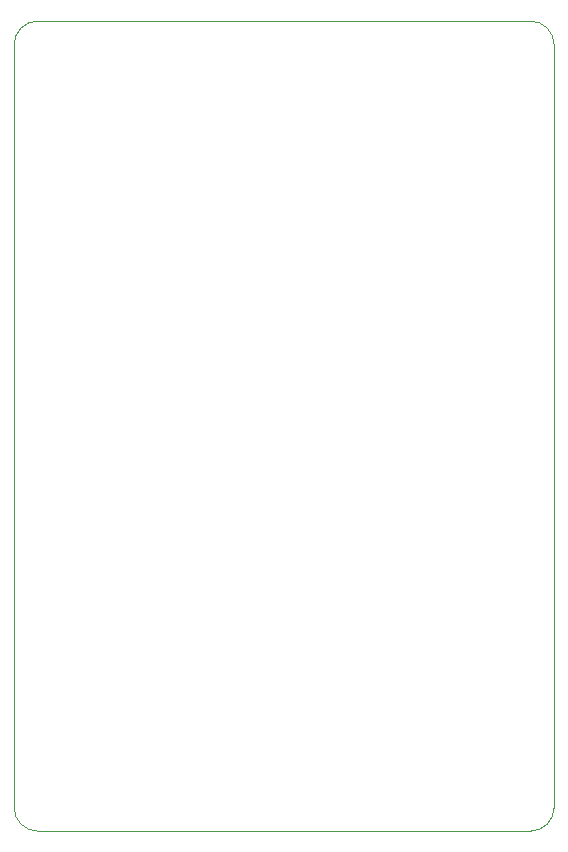
<source format=gbr>
G04 #@! TF.GenerationSoftware,KiCad,Pcbnew,7.0.10*
G04 #@! TF.CreationDate,2024-07-19T13:30:29-04:00*
G04 #@! TF.ProjectId,CanDoIt-v1,43616e44-6f49-4742-9d76-312e6b696361,rev?*
G04 #@! TF.SameCoordinates,Original*
G04 #@! TF.FileFunction,Profile,NP*
%FSLAX46Y46*%
G04 Gerber Fmt 4.6, Leading zero omitted, Abs format (unit mm)*
G04 Created by KiCad (PCBNEW 7.0.10) date 2024-07-19 13:30:29*
%MOMM*%
%LPD*%
G01*
G04 APERTURE LIST*
G04 #@! TA.AperFunction,Profile*
%ADD10C,0.100000*%
G04 #@! TD*
G04 APERTURE END LIST*
D10*
X-22860000Y-43720000D02*
X-22860000Y20860000D01*
X22860000Y20860000D02*
X22860000Y-43720000D01*
X20860000Y-45720000D02*
X-20860000Y-45720000D01*
X22860000Y20860000D02*
G75*
G03*
X20860000Y22860000I-2000000J0D01*
G01*
X20860000Y-45720000D02*
G75*
G03*
X22860000Y-43720000I0J2000000D01*
G01*
X-20860000Y22860000D02*
G75*
G03*
X-22860000Y20860000I-1J-1999999D01*
G01*
X-20860000Y22860000D02*
X20860000Y22860000D01*
X-22860000Y-43720000D02*
G75*
G03*
X-20860000Y-45720000I1999999J-1D01*
G01*
M02*

</source>
